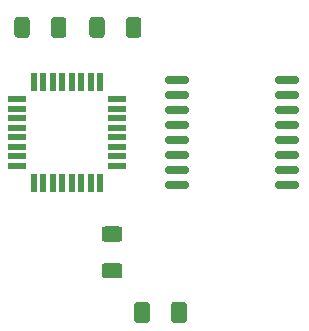
<source format=gtp>
%TF.GenerationSoftware,KiCad,Pcbnew,(5.1.12)-1*%
%TF.CreationDate,2022-02-08T18:48:31+00:00*%
%TF.ProjectId,Watch_PCB_V2,57617463-685f-4504-9342-5f56322e6b69,rev?*%
%TF.SameCoordinates,Original*%
%TF.FileFunction,Paste,Top*%
%TF.FilePolarity,Positive*%
%FSLAX46Y46*%
G04 Gerber Fmt 4.6, Leading zero omitted, Abs format (unit mm)*
G04 Created by KiCad (PCBNEW (5.1.12)-1) date 2022-02-08 18:48:31*
%MOMM*%
%LPD*%
G01*
G04 APERTURE LIST*
%ADD10R,1.600000X0.550000*%
%ADD11R,0.550000X1.600000*%
G04 APERTURE END LIST*
%TO.C,C1*%
G36*
G01*
X203807500Y-92090001D02*
X203807500Y-90789999D01*
G75*
G02*
X204057499Y-90540000I249999J0D01*
G01*
X204882501Y-90540000D01*
G75*
G02*
X205132500Y-90789999I0J-249999D01*
G01*
X205132500Y-92090001D01*
G75*
G02*
X204882501Y-92340000I-249999J0D01*
G01*
X204057499Y-92340000D01*
G75*
G02*
X203807500Y-92090001I0J249999D01*
G01*
G37*
G36*
G01*
X206932500Y-92090001D02*
X206932500Y-90789999D01*
G75*
G02*
X207182499Y-90540000I249999J0D01*
G01*
X208007501Y-90540000D01*
G75*
G02*
X208257500Y-90789999I0J-249999D01*
G01*
X208257500Y-92090001D01*
G75*
G02*
X208007501Y-92340000I-249999J0D01*
G01*
X207182499Y-92340000D01*
G75*
G02*
X206932500Y-92090001I0J249999D01*
G01*
G37*
%TD*%
D10*
%TO.C,MCU*%
X193870000Y-73400000D03*
X193870000Y-74200000D03*
X193870000Y-75000000D03*
X193870000Y-75800000D03*
X193870000Y-76600000D03*
X193870000Y-77400000D03*
X193870000Y-78200000D03*
X193870000Y-79000000D03*
D11*
X195320000Y-80450000D03*
X196120000Y-80450000D03*
X196920000Y-80450000D03*
X197720000Y-80450000D03*
X198520000Y-80450000D03*
X199320000Y-80450000D03*
X200120000Y-80450000D03*
X200920000Y-80450000D03*
D10*
X202370000Y-79000000D03*
X202370000Y-78200000D03*
X202370000Y-77400000D03*
X202370000Y-76600000D03*
X202370000Y-75800000D03*
X202370000Y-75000000D03*
X202370000Y-74200000D03*
X202370000Y-73400000D03*
D11*
X200920000Y-71950000D03*
X200120000Y-71950000D03*
X199320000Y-71950000D03*
X198520000Y-71950000D03*
X197720000Y-71950000D03*
X196920000Y-71950000D03*
X196120000Y-71950000D03*
X195320000Y-71950000D03*
%TD*%
%TO.C,R1*%
G36*
G01*
X202555000Y-88560000D02*
X201305000Y-88560000D01*
G75*
G02*
X201055000Y-88310000I0J250000D01*
G01*
X201055000Y-87510000D01*
G75*
G02*
X201305000Y-87260000I250000J0D01*
G01*
X202555000Y-87260000D01*
G75*
G02*
X202805000Y-87510000I0J-250000D01*
G01*
X202805000Y-88310000D01*
G75*
G02*
X202555000Y-88560000I-250000J0D01*
G01*
G37*
G36*
G01*
X202555000Y-85460000D02*
X201305000Y-85460000D01*
G75*
G02*
X201055000Y-85210000I0J250000D01*
G01*
X201055000Y-84410000D01*
G75*
G02*
X201305000Y-84160000I250000J0D01*
G01*
X202555000Y-84160000D01*
G75*
G02*
X202805000Y-84410000I0J-250000D01*
G01*
X202805000Y-85210000D01*
G75*
G02*
X202555000Y-85460000I-250000J0D01*
G01*
G37*
%TD*%
%TO.C,R2*%
G36*
G01*
X203110000Y-67935000D02*
X203110000Y-66685000D01*
G75*
G02*
X203360000Y-66435000I250000J0D01*
G01*
X204160000Y-66435000D01*
G75*
G02*
X204410000Y-66685000I0J-250000D01*
G01*
X204410000Y-67935000D01*
G75*
G02*
X204160000Y-68185000I-250000J0D01*
G01*
X203360000Y-68185000D01*
G75*
G02*
X203110000Y-67935000I0J250000D01*
G01*
G37*
G36*
G01*
X200010000Y-67935000D02*
X200010000Y-66685000D01*
G75*
G02*
X200260000Y-66435000I250000J0D01*
G01*
X201060000Y-66435000D01*
G75*
G02*
X201310000Y-66685000I0J-250000D01*
G01*
X201310000Y-67935000D01*
G75*
G02*
X201060000Y-68185000I-250000J0D01*
G01*
X200260000Y-68185000D01*
G75*
G02*
X200010000Y-67935000I0J250000D01*
G01*
G37*
%TD*%
%TO.C,R3*%
G36*
G01*
X193660000Y-67935000D02*
X193660000Y-66685000D01*
G75*
G02*
X193910000Y-66435000I250000J0D01*
G01*
X194710000Y-66435000D01*
G75*
G02*
X194960000Y-66685000I0J-250000D01*
G01*
X194960000Y-67935000D01*
G75*
G02*
X194710000Y-68185000I-250000J0D01*
G01*
X193910000Y-68185000D01*
G75*
G02*
X193660000Y-67935000I0J250000D01*
G01*
G37*
G36*
G01*
X196760000Y-67935000D02*
X196760000Y-66685000D01*
G75*
G02*
X197010000Y-66435000I250000J0D01*
G01*
X197810000Y-66435000D01*
G75*
G02*
X198060000Y-66685000I0J-250000D01*
G01*
X198060000Y-67935000D01*
G75*
G02*
X197810000Y-68185000I-250000J0D01*
G01*
X197010000Y-68185000D01*
G75*
G02*
X196760000Y-67935000I0J250000D01*
G01*
G37*
%TD*%
%TO.C,RTC*%
G36*
G01*
X206415000Y-71905000D02*
X206415000Y-71605000D01*
G75*
G02*
X206565000Y-71455000I150000J0D01*
G01*
X208315000Y-71455000D01*
G75*
G02*
X208465000Y-71605000I0J-150000D01*
G01*
X208465000Y-71905000D01*
G75*
G02*
X208315000Y-72055000I-150000J0D01*
G01*
X206565000Y-72055000D01*
G75*
G02*
X206415000Y-71905000I0J150000D01*
G01*
G37*
G36*
G01*
X206415000Y-73175000D02*
X206415000Y-72875000D01*
G75*
G02*
X206565000Y-72725000I150000J0D01*
G01*
X208315000Y-72725000D01*
G75*
G02*
X208465000Y-72875000I0J-150000D01*
G01*
X208465000Y-73175000D01*
G75*
G02*
X208315000Y-73325000I-150000J0D01*
G01*
X206565000Y-73325000D01*
G75*
G02*
X206415000Y-73175000I0J150000D01*
G01*
G37*
G36*
G01*
X206415000Y-74445000D02*
X206415000Y-74145000D01*
G75*
G02*
X206565000Y-73995000I150000J0D01*
G01*
X208315000Y-73995000D01*
G75*
G02*
X208465000Y-74145000I0J-150000D01*
G01*
X208465000Y-74445000D01*
G75*
G02*
X208315000Y-74595000I-150000J0D01*
G01*
X206565000Y-74595000D01*
G75*
G02*
X206415000Y-74445000I0J150000D01*
G01*
G37*
G36*
G01*
X206415000Y-75715000D02*
X206415000Y-75415000D01*
G75*
G02*
X206565000Y-75265000I150000J0D01*
G01*
X208315000Y-75265000D01*
G75*
G02*
X208465000Y-75415000I0J-150000D01*
G01*
X208465000Y-75715000D01*
G75*
G02*
X208315000Y-75865000I-150000J0D01*
G01*
X206565000Y-75865000D01*
G75*
G02*
X206415000Y-75715000I0J150000D01*
G01*
G37*
G36*
G01*
X206415000Y-76985000D02*
X206415000Y-76685000D01*
G75*
G02*
X206565000Y-76535000I150000J0D01*
G01*
X208315000Y-76535000D01*
G75*
G02*
X208465000Y-76685000I0J-150000D01*
G01*
X208465000Y-76985000D01*
G75*
G02*
X208315000Y-77135000I-150000J0D01*
G01*
X206565000Y-77135000D01*
G75*
G02*
X206415000Y-76985000I0J150000D01*
G01*
G37*
G36*
G01*
X206415000Y-78255000D02*
X206415000Y-77955000D01*
G75*
G02*
X206565000Y-77805000I150000J0D01*
G01*
X208315000Y-77805000D01*
G75*
G02*
X208465000Y-77955000I0J-150000D01*
G01*
X208465000Y-78255000D01*
G75*
G02*
X208315000Y-78405000I-150000J0D01*
G01*
X206565000Y-78405000D01*
G75*
G02*
X206415000Y-78255000I0J150000D01*
G01*
G37*
G36*
G01*
X206415000Y-79525000D02*
X206415000Y-79225000D01*
G75*
G02*
X206565000Y-79075000I150000J0D01*
G01*
X208315000Y-79075000D01*
G75*
G02*
X208465000Y-79225000I0J-150000D01*
G01*
X208465000Y-79525000D01*
G75*
G02*
X208315000Y-79675000I-150000J0D01*
G01*
X206565000Y-79675000D01*
G75*
G02*
X206415000Y-79525000I0J150000D01*
G01*
G37*
G36*
G01*
X206415000Y-80795000D02*
X206415000Y-80495000D01*
G75*
G02*
X206565000Y-80345000I150000J0D01*
G01*
X208315000Y-80345000D01*
G75*
G02*
X208465000Y-80495000I0J-150000D01*
G01*
X208465000Y-80795000D01*
G75*
G02*
X208315000Y-80945000I-150000J0D01*
G01*
X206565000Y-80945000D01*
G75*
G02*
X206415000Y-80795000I0J150000D01*
G01*
G37*
G36*
G01*
X215715000Y-80795000D02*
X215715000Y-80495000D01*
G75*
G02*
X215865000Y-80345000I150000J0D01*
G01*
X217615000Y-80345000D01*
G75*
G02*
X217765000Y-80495000I0J-150000D01*
G01*
X217765000Y-80795000D01*
G75*
G02*
X217615000Y-80945000I-150000J0D01*
G01*
X215865000Y-80945000D01*
G75*
G02*
X215715000Y-80795000I0J150000D01*
G01*
G37*
G36*
G01*
X215715000Y-79525000D02*
X215715000Y-79225000D01*
G75*
G02*
X215865000Y-79075000I150000J0D01*
G01*
X217615000Y-79075000D01*
G75*
G02*
X217765000Y-79225000I0J-150000D01*
G01*
X217765000Y-79525000D01*
G75*
G02*
X217615000Y-79675000I-150000J0D01*
G01*
X215865000Y-79675000D01*
G75*
G02*
X215715000Y-79525000I0J150000D01*
G01*
G37*
G36*
G01*
X215715000Y-78255000D02*
X215715000Y-77955000D01*
G75*
G02*
X215865000Y-77805000I150000J0D01*
G01*
X217615000Y-77805000D01*
G75*
G02*
X217765000Y-77955000I0J-150000D01*
G01*
X217765000Y-78255000D01*
G75*
G02*
X217615000Y-78405000I-150000J0D01*
G01*
X215865000Y-78405000D01*
G75*
G02*
X215715000Y-78255000I0J150000D01*
G01*
G37*
G36*
G01*
X215715000Y-76985000D02*
X215715000Y-76685000D01*
G75*
G02*
X215865000Y-76535000I150000J0D01*
G01*
X217615000Y-76535000D01*
G75*
G02*
X217765000Y-76685000I0J-150000D01*
G01*
X217765000Y-76985000D01*
G75*
G02*
X217615000Y-77135000I-150000J0D01*
G01*
X215865000Y-77135000D01*
G75*
G02*
X215715000Y-76985000I0J150000D01*
G01*
G37*
G36*
G01*
X215715000Y-75715000D02*
X215715000Y-75415000D01*
G75*
G02*
X215865000Y-75265000I150000J0D01*
G01*
X217615000Y-75265000D01*
G75*
G02*
X217765000Y-75415000I0J-150000D01*
G01*
X217765000Y-75715000D01*
G75*
G02*
X217615000Y-75865000I-150000J0D01*
G01*
X215865000Y-75865000D01*
G75*
G02*
X215715000Y-75715000I0J150000D01*
G01*
G37*
G36*
G01*
X215715000Y-74445000D02*
X215715000Y-74145000D01*
G75*
G02*
X215865000Y-73995000I150000J0D01*
G01*
X217615000Y-73995000D01*
G75*
G02*
X217765000Y-74145000I0J-150000D01*
G01*
X217765000Y-74445000D01*
G75*
G02*
X217615000Y-74595000I-150000J0D01*
G01*
X215865000Y-74595000D01*
G75*
G02*
X215715000Y-74445000I0J150000D01*
G01*
G37*
G36*
G01*
X215715000Y-73175000D02*
X215715000Y-72875000D01*
G75*
G02*
X215865000Y-72725000I150000J0D01*
G01*
X217615000Y-72725000D01*
G75*
G02*
X217765000Y-72875000I0J-150000D01*
G01*
X217765000Y-73175000D01*
G75*
G02*
X217615000Y-73325000I-150000J0D01*
G01*
X215865000Y-73325000D01*
G75*
G02*
X215715000Y-73175000I0J150000D01*
G01*
G37*
G36*
G01*
X215715000Y-71905000D02*
X215715000Y-71605000D01*
G75*
G02*
X215865000Y-71455000I150000J0D01*
G01*
X217615000Y-71455000D01*
G75*
G02*
X217765000Y-71605000I0J-150000D01*
G01*
X217765000Y-71905000D01*
G75*
G02*
X217615000Y-72055000I-150000J0D01*
G01*
X215865000Y-72055000D01*
G75*
G02*
X215715000Y-71905000I0J150000D01*
G01*
G37*
%TD*%
M02*

</source>
